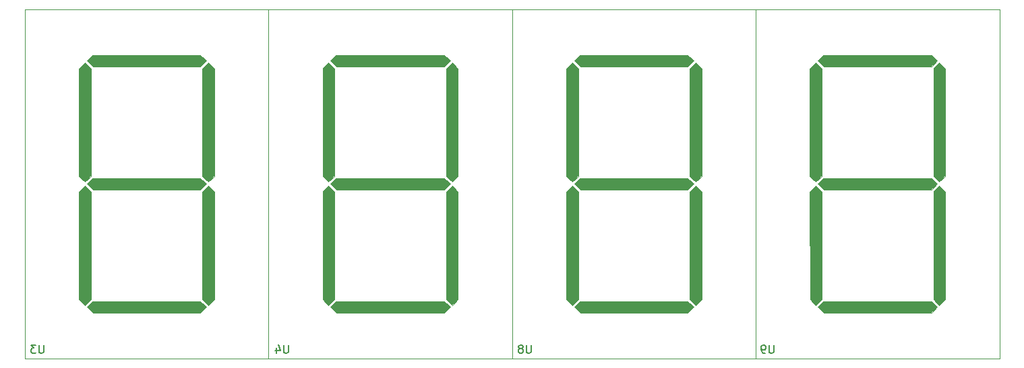
<source format=gbr>
%TF.GenerationSoftware,KiCad,Pcbnew,(6.0.9)*%
%TF.CreationDate,2022-11-29T20:57:58-05:00*%
%TF.ProjectId,Digital Clock PCB,44696769-7461-46c2-9043-6c6f636b2050,rev?*%
%TF.SameCoordinates,Original*%
%TF.FileFunction,Legend,Bot*%
%TF.FilePolarity,Positive*%
%FSLAX46Y46*%
G04 Gerber Fmt 4.6, Leading zero omitted, Abs format (unit mm)*
G04 Created by KiCad (PCBNEW (6.0.9)) date 2022-11-29 20:57:58*
%MOMM*%
%LPD*%
G01*
G04 APERTURE LIST*
%ADD10C,0.150000*%
%ADD11C,0.120000*%
G04 APERTURE END LIST*
D10*
%TO.C,U4*%
X55879904Y-58380380D02*
X55879904Y-59189904D01*
X55832285Y-59285142D01*
X55784666Y-59332761D01*
X55689428Y-59380380D01*
X55498952Y-59380380D01*
X55403714Y-59332761D01*
X55356095Y-59285142D01*
X55308476Y-59189904D01*
X55308476Y-58380380D01*
X54403714Y-58713714D02*
X54403714Y-59380380D01*
X54641809Y-58332761D02*
X54879904Y-59047047D01*
X54260857Y-59047047D01*
%TO.C,U9*%
X116839904Y-58380380D02*
X116839904Y-59189904D01*
X116792285Y-59285142D01*
X116744666Y-59332761D01*
X116649428Y-59380380D01*
X116458952Y-59380380D01*
X116363714Y-59332761D01*
X116316095Y-59285142D01*
X116268476Y-59189904D01*
X116268476Y-58380380D01*
X115744666Y-59380380D02*
X115554190Y-59380380D01*
X115458952Y-59332761D01*
X115411333Y-59285142D01*
X115316095Y-59142285D01*
X115268476Y-58951809D01*
X115268476Y-58570857D01*
X115316095Y-58475619D01*
X115363714Y-58428000D01*
X115458952Y-58380380D01*
X115649428Y-58380380D01*
X115744666Y-58428000D01*
X115792285Y-58475619D01*
X115839904Y-58570857D01*
X115839904Y-58808952D01*
X115792285Y-58904190D01*
X115744666Y-58951809D01*
X115649428Y-58999428D01*
X115458952Y-58999428D01*
X115363714Y-58951809D01*
X115316095Y-58904190D01*
X115268476Y-58808952D01*
%TO.C,U8*%
X86359904Y-58380380D02*
X86359904Y-59189904D01*
X86312285Y-59285142D01*
X86264666Y-59332761D01*
X86169428Y-59380380D01*
X85978952Y-59380380D01*
X85883714Y-59332761D01*
X85836095Y-59285142D01*
X85788476Y-59189904D01*
X85788476Y-58380380D01*
X85169428Y-58808952D02*
X85264666Y-58761333D01*
X85312285Y-58713714D01*
X85359904Y-58618476D01*
X85359904Y-58570857D01*
X85312285Y-58475619D01*
X85264666Y-58428000D01*
X85169428Y-58380380D01*
X84978952Y-58380380D01*
X84883714Y-58428000D01*
X84836095Y-58475619D01*
X84788476Y-58570857D01*
X84788476Y-58618476D01*
X84836095Y-58713714D01*
X84883714Y-58761333D01*
X84978952Y-58808952D01*
X85169428Y-58808952D01*
X85264666Y-58856571D01*
X85312285Y-58904190D01*
X85359904Y-58999428D01*
X85359904Y-59189904D01*
X85312285Y-59285142D01*
X85264666Y-59332761D01*
X85169428Y-59380380D01*
X84978952Y-59380380D01*
X84883714Y-59332761D01*
X84836095Y-59285142D01*
X84788476Y-59189904D01*
X84788476Y-58999428D01*
X84836095Y-58904190D01*
X84883714Y-58856571D01*
X84978952Y-58808952D01*
%TO.C,U3*%
X25145904Y-58380380D02*
X25145904Y-59189904D01*
X25098285Y-59285142D01*
X25050666Y-59332761D01*
X24955428Y-59380380D01*
X24764952Y-59380380D01*
X24669714Y-59332761D01*
X24622095Y-59285142D01*
X24574476Y-59189904D01*
X24574476Y-58380380D01*
X24193523Y-58380380D02*
X23574476Y-58380380D01*
X23907809Y-58761333D01*
X23764952Y-58761333D01*
X23669714Y-58808952D01*
X23622095Y-58856571D01*
X23574476Y-58951809D01*
X23574476Y-59189904D01*
X23622095Y-59285142D01*
X23669714Y-59332761D01*
X23764952Y-59380380D01*
X24050666Y-59380380D01*
X24145904Y-59332761D01*
X24193523Y-59285142D01*
D11*
%TO.C,U4*%
X84000000Y-16100000D02*
X53400000Y-16100000D01*
X84000000Y-60100000D02*
X53400000Y-60100000D01*
X53400000Y-60100000D02*
X53400000Y-16100000D01*
X84000000Y-16100000D02*
X84000000Y-60100000D01*
G36*
X76200000Y-53592798D02*
G01*
X75450000Y-54342798D01*
X61950000Y-54342798D01*
X61200000Y-53592798D01*
X61950000Y-52847599D01*
X75450000Y-52842798D01*
X76200000Y-53592798D01*
G37*
X76200000Y-53592798D02*
X75450000Y-54342798D01*
X61950000Y-54342798D01*
X61200000Y-53592798D01*
X61950000Y-52847599D01*
X75450000Y-52842798D01*
X76200000Y-53592798D01*
G36*
X77200000Y-39097599D02*
G01*
X77200000Y-52597599D01*
X76450000Y-53347599D01*
X75704801Y-52597599D01*
X75700000Y-39097599D01*
X76450000Y-38347599D01*
X77200000Y-39097599D01*
G37*
X77200000Y-39097599D02*
X77200000Y-52597599D01*
X76450000Y-53347599D01*
X75704801Y-52597599D01*
X75700000Y-39097599D01*
X76450000Y-38347599D01*
X77200000Y-39097599D01*
G36*
X76200000Y-22602400D02*
G01*
X75450000Y-23347599D01*
X61950000Y-23352400D01*
X61200000Y-22602400D01*
X61950000Y-21852400D01*
X75450000Y-21852400D01*
X76200000Y-22602400D01*
G37*
X76200000Y-22602400D02*
X75450000Y-23347599D01*
X61950000Y-23352400D01*
X61200000Y-22602400D01*
X61950000Y-21852400D01*
X75450000Y-21852400D01*
X76200000Y-22602400D01*
G36*
X76199734Y-38100000D02*
G01*
X75449734Y-38845199D01*
X61949734Y-38850000D01*
X61199734Y-38100000D01*
X61949734Y-37350000D01*
X75449734Y-37350000D01*
X76199734Y-38100000D01*
G37*
X76199734Y-38100000D02*
X75449734Y-38845199D01*
X61949734Y-38850000D01*
X61199734Y-38100000D01*
X61949734Y-37350000D01*
X75449734Y-37350000D01*
X76199734Y-38100000D01*
G36*
X77195199Y-23597599D02*
G01*
X77200000Y-37097599D01*
X76450000Y-37847599D01*
X75700000Y-37097599D01*
X75700000Y-23597599D01*
X76450000Y-22847599D01*
X77195199Y-23597599D01*
G37*
X77195199Y-23597599D02*
X77200000Y-37097599D01*
X76450000Y-37847599D01*
X75700000Y-37097599D01*
X75700000Y-23597599D01*
X76450000Y-22847599D01*
X77195199Y-23597599D01*
G36*
X61695199Y-23597599D02*
G01*
X61700000Y-37097599D01*
X60950000Y-37847599D01*
X60200000Y-37097599D01*
X60200000Y-23597599D01*
X60950000Y-22847599D01*
X61695199Y-23597599D01*
G37*
X61695199Y-23597599D02*
X61700000Y-37097599D01*
X60950000Y-37847599D01*
X60200000Y-37097599D01*
X60200000Y-23597599D01*
X60950000Y-22847599D01*
X61695199Y-23597599D01*
G36*
X61700000Y-39097599D02*
G01*
X61700000Y-52597599D01*
X60950000Y-53347599D01*
X60204801Y-52597599D01*
X60200000Y-39097599D01*
X60950000Y-38347599D01*
X61700000Y-39097599D01*
G37*
X61700000Y-39097599D02*
X61700000Y-52597599D01*
X60950000Y-53347599D01*
X60204801Y-52597599D01*
X60200000Y-39097599D01*
X60950000Y-38347599D01*
X61700000Y-39097599D01*
%TO.C,U9*%
X145200000Y-60100000D02*
X114600000Y-60100000D01*
X114600000Y-60100000D02*
X114600000Y-16100000D01*
X145200000Y-16100000D02*
X145200000Y-60100000D01*
X145200000Y-16100000D02*
X114600000Y-16100000D01*
G36*
X122900000Y-39097599D02*
G01*
X122900000Y-52597599D01*
X122150000Y-53347599D01*
X121404801Y-52597599D01*
X121400000Y-39097599D01*
X122150000Y-38347599D01*
X122900000Y-39097599D01*
G37*
X122900000Y-39097599D02*
X122900000Y-52597599D01*
X122150000Y-53347599D01*
X121404801Y-52597599D01*
X121400000Y-39097599D01*
X122150000Y-38347599D01*
X122900000Y-39097599D01*
G36*
X137400000Y-53592798D02*
G01*
X136650000Y-54342798D01*
X123150000Y-54342798D01*
X122400000Y-53592798D01*
X123150000Y-52847599D01*
X136650000Y-52842798D01*
X137400000Y-53592798D01*
G37*
X137400000Y-53592798D02*
X136650000Y-54342798D01*
X123150000Y-54342798D01*
X122400000Y-53592798D01*
X123150000Y-52847599D01*
X136650000Y-52842798D01*
X137400000Y-53592798D01*
G36*
X122895199Y-23597599D02*
G01*
X122900000Y-37097599D01*
X122150000Y-37847599D01*
X121400000Y-37097599D01*
X121400000Y-23597599D01*
X122150000Y-22847599D01*
X122895199Y-23597599D01*
G37*
X122895199Y-23597599D02*
X122900000Y-37097599D01*
X122150000Y-37847599D01*
X121400000Y-37097599D01*
X121400000Y-23597599D01*
X122150000Y-22847599D01*
X122895199Y-23597599D01*
G36*
X138400000Y-39097599D02*
G01*
X138400000Y-52597599D01*
X137650000Y-53347599D01*
X136904801Y-52597599D01*
X136900000Y-39097599D01*
X137650000Y-38347599D01*
X138400000Y-39097599D01*
G37*
X138400000Y-39097599D02*
X138400000Y-52597599D01*
X137650000Y-53347599D01*
X136904801Y-52597599D01*
X136900000Y-39097599D01*
X137650000Y-38347599D01*
X138400000Y-39097599D01*
G36*
X137400000Y-22602400D02*
G01*
X136650000Y-23347599D01*
X123150000Y-23352400D01*
X122400000Y-22602400D01*
X123150000Y-21852400D01*
X136650000Y-21852400D01*
X137400000Y-22602400D01*
G37*
X137400000Y-22602400D02*
X136650000Y-23347599D01*
X123150000Y-23352400D01*
X122400000Y-22602400D01*
X123150000Y-21852400D01*
X136650000Y-21852400D01*
X137400000Y-22602400D01*
G36*
X138395199Y-23597599D02*
G01*
X138400000Y-37097599D01*
X137650000Y-37847599D01*
X136900000Y-37097599D01*
X136900000Y-23597599D01*
X137650000Y-22847599D01*
X138395199Y-23597599D01*
G37*
X138395199Y-23597599D02*
X138400000Y-37097599D01*
X137650000Y-37847599D01*
X136900000Y-37097599D01*
X136900000Y-23597599D01*
X137650000Y-22847599D01*
X138395199Y-23597599D01*
G36*
X137399734Y-38100000D02*
G01*
X136649734Y-38845199D01*
X123149734Y-38850000D01*
X122399734Y-38100000D01*
X123149734Y-37350000D01*
X136649734Y-37350000D01*
X137399734Y-38100000D01*
G37*
X137399734Y-38100000D02*
X136649734Y-38845199D01*
X123149734Y-38850000D01*
X122399734Y-38100000D01*
X123149734Y-37350000D01*
X136649734Y-37350000D01*
X137399734Y-38100000D01*
%TO.C,U8*%
X114600000Y-16100000D02*
X84000000Y-16100000D01*
X84000000Y-60100000D02*
X84000000Y-16100000D01*
X114600000Y-16100000D02*
X114600000Y-60100000D01*
X114600000Y-60100000D02*
X84000000Y-60100000D01*
G36*
X106800000Y-53592798D02*
G01*
X106050000Y-54342798D01*
X92550000Y-54342798D01*
X91800000Y-53592798D01*
X92550000Y-52847599D01*
X106050000Y-52842798D01*
X106800000Y-53592798D01*
G37*
X106800000Y-53592798D02*
X106050000Y-54342798D01*
X92550000Y-54342798D01*
X91800000Y-53592798D01*
X92550000Y-52847599D01*
X106050000Y-52842798D01*
X106800000Y-53592798D01*
G36*
X106800000Y-22602400D02*
G01*
X106050000Y-23347599D01*
X92550000Y-23352400D01*
X91800000Y-22602400D01*
X92550000Y-21852400D01*
X106050000Y-21852400D01*
X106800000Y-22602400D01*
G37*
X106800000Y-22602400D02*
X106050000Y-23347599D01*
X92550000Y-23352400D01*
X91800000Y-22602400D01*
X92550000Y-21852400D01*
X106050000Y-21852400D01*
X106800000Y-22602400D01*
G36*
X107800000Y-39097599D02*
G01*
X107800000Y-52597599D01*
X107050000Y-53347599D01*
X106304801Y-52597599D01*
X106300000Y-39097599D01*
X107050000Y-38347599D01*
X107800000Y-39097599D01*
G37*
X107800000Y-39097599D02*
X107800000Y-52597599D01*
X107050000Y-53347599D01*
X106304801Y-52597599D01*
X106300000Y-39097599D01*
X107050000Y-38347599D01*
X107800000Y-39097599D01*
G36*
X106799734Y-38100000D02*
G01*
X106049734Y-38845199D01*
X92549734Y-38850000D01*
X91799734Y-38100000D01*
X92549734Y-37350000D01*
X106049734Y-37350000D01*
X106799734Y-38100000D01*
G37*
X106799734Y-38100000D02*
X106049734Y-38845199D01*
X92549734Y-38850000D01*
X91799734Y-38100000D01*
X92549734Y-37350000D01*
X106049734Y-37350000D01*
X106799734Y-38100000D01*
G36*
X92295199Y-23597599D02*
G01*
X92300000Y-37097599D01*
X91550000Y-37847599D01*
X90800000Y-37097599D01*
X90800000Y-23597599D01*
X91550000Y-22847599D01*
X92295199Y-23597599D01*
G37*
X92295199Y-23597599D02*
X92300000Y-37097599D01*
X91550000Y-37847599D01*
X90800000Y-37097599D01*
X90800000Y-23597599D01*
X91550000Y-22847599D01*
X92295199Y-23597599D01*
G36*
X92300000Y-39097599D02*
G01*
X92300000Y-52597599D01*
X91550000Y-53347599D01*
X90804801Y-52597599D01*
X90800000Y-39097599D01*
X91550000Y-38347599D01*
X92300000Y-39097599D01*
G37*
X92300000Y-39097599D02*
X92300000Y-52597599D01*
X91550000Y-53347599D01*
X90804801Y-52597599D01*
X90800000Y-39097599D01*
X91550000Y-38347599D01*
X92300000Y-39097599D01*
G36*
X107795199Y-23597599D02*
G01*
X107800000Y-37097599D01*
X107050000Y-37847599D01*
X106300000Y-37097599D01*
X106300000Y-23597599D01*
X107050000Y-22847599D01*
X107795199Y-23597599D01*
G37*
X107795199Y-23597599D02*
X107800000Y-37097599D01*
X107050000Y-37847599D01*
X106300000Y-37097599D01*
X106300000Y-23597599D01*
X107050000Y-22847599D01*
X107795199Y-23597599D01*
%TO.C,U3*%
X22800000Y-60100000D02*
X22800000Y-16100000D01*
X53400000Y-16100000D02*
X22800000Y-16100000D01*
X53400000Y-16100000D02*
X53400000Y-60100000D01*
X53400000Y-60100000D02*
X22800000Y-60100000D01*
G36*
X45600000Y-53595199D02*
G01*
X44850000Y-54345199D01*
X31350000Y-54345199D01*
X30600000Y-53595199D01*
X31350000Y-52850000D01*
X44850000Y-52845199D01*
X45600000Y-53595199D01*
G37*
X45600000Y-53595199D02*
X44850000Y-54345199D01*
X31350000Y-54345199D01*
X30600000Y-53595199D01*
X31350000Y-52850000D01*
X44850000Y-52845199D01*
X45600000Y-53595199D01*
G36*
X31095199Y-23600000D02*
G01*
X31100000Y-37100000D01*
X30350000Y-37850000D01*
X29600000Y-37100000D01*
X29600000Y-23600000D01*
X30350000Y-22850000D01*
X31095199Y-23600000D01*
G37*
X31095199Y-23600000D02*
X31100000Y-37100000D01*
X30350000Y-37850000D01*
X29600000Y-37100000D01*
X29600000Y-23600000D01*
X30350000Y-22850000D01*
X31095199Y-23600000D01*
G36*
X31100000Y-39100000D02*
G01*
X31100000Y-52600000D01*
X30350000Y-53350000D01*
X29604801Y-52600000D01*
X29600000Y-39100000D01*
X30350000Y-38350000D01*
X31100000Y-39100000D01*
G37*
X31100000Y-39100000D02*
X31100000Y-52600000D01*
X30350000Y-53350000D01*
X29604801Y-52600000D01*
X29600000Y-39100000D01*
X30350000Y-38350000D01*
X31100000Y-39100000D01*
G36*
X45600000Y-22604801D02*
G01*
X44850000Y-23350000D01*
X31350000Y-23354801D01*
X30600000Y-22604801D01*
X31350000Y-21854801D01*
X44850000Y-21854801D01*
X45600000Y-22604801D01*
G37*
X45600000Y-22604801D02*
X44850000Y-23350000D01*
X31350000Y-23354801D01*
X30600000Y-22604801D01*
X31350000Y-21854801D01*
X44850000Y-21854801D01*
X45600000Y-22604801D01*
G36*
X46600000Y-39100000D02*
G01*
X46600000Y-52600000D01*
X45850000Y-53350000D01*
X45104801Y-52600000D01*
X45100000Y-39100000D01*
X45850000Y-38350000D01*
X46600000Y-39100000D01*
G37*
X46600000Y-39100000D02*
X46600000Y-52600000D01*
X45850000Y-53350000D01*
X45104801Y-52600000D01*
X45100000Y-39100000D01*
X45850000Y-38350000D01*
X46600000Y-39100000D01*
G36*
X45599734Y-38102401D02*
G01*
X44849734Y-38847600D01*
X31349734Y-38852401D01*
X30599734Y-38102401D01*
X31349734Y-37352401D01*
X44849734Y-37352401D01*
X45599734Y-38102401D01*
G37*
X45599734Y-38102401D02*
X44849734Y-38847600D01*
X31349734Y-38852401D01*
X30599734Y-38102401D01*
X31349734Y-37352401D01*
X44849734Y-37352401D01*
X45599734Y-38102401D01*
G36*
X46595199Y-23600000D02*
G01*
X46600000Y-37100000D01*
X45850000Y-37850000D01*
X45100000Y-37100000D01*
X45100000Y-23600000D01*
X45850000Y-22850000D01*
X46595199Y-23600000D01*
G37*
X46595199Y-23600000D02*
X46600000Y-37100000D01*
X45850000Y-37850000D01*
X45100000Y-37100000D01*
X45100000Y-23600000D01*
X45850000Y-22850000D01*
X46595199Y-23600000D01*
%TD*%
M02*

</source>
